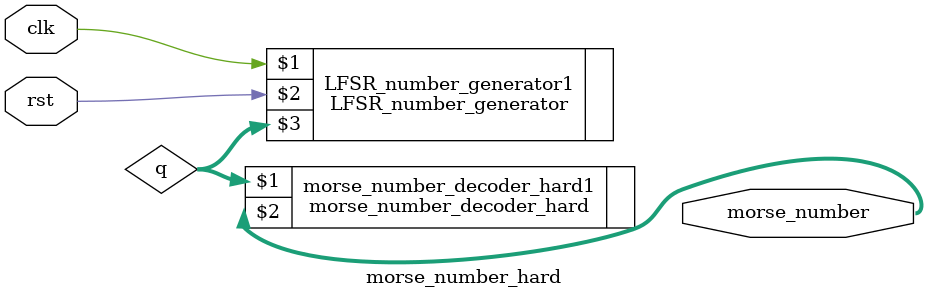
<source format=v>
module morse_number_hard(clk, rst, morse_number); 
   input clk, rst;
   output [3:0] morse_number;
   wire [3:0] q;   

   LFSR_number_generator LFSR_number_generator1(clk, rst, q); 
   morse_number_decoder_hard morse_number_decoder_hard1(q, morse_number); 

endmodule 

</source>
